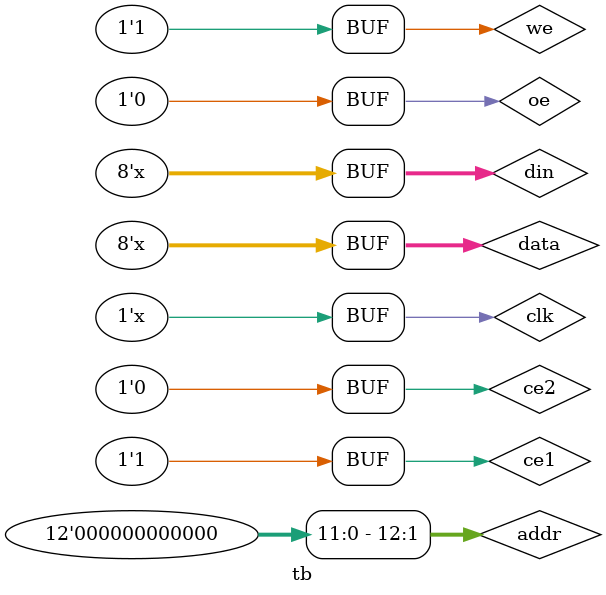
<source format=v>
module tb;

reg[7:0]din;
wire[7:0]data;
reg clk=0,we,oe,ce1,ce2;
reg[12:0]addr;
ram u0(data,addr,clk,we,oe,ce1,ce2);

//and x0(w_temp,~ce1,~we,ce2);
//and u1(r_temp,ce2,we,~ce1,~oe);

assign data=din;


always #5 clk=~clk;

/*always 
begin
	#10 addr=$random;
	if(~we && ~ce1 && ce2)
		din=$random;
	else if(we && ~ce1 && ~oe && ce1)
		din=8'bzzzzzzzz;
		else if(oe && ~ce1 && we && ce2)
			din=8'bzzzzzzzz; 
else if(~ce2 || ce1)
			din=8'bzzzzzzzz;
		
end
*/
always
begin
		we=0;
		oe=1;
		ce1=0;
		ce2=1;
		addr=$random;
		din=$random;
		#20
		we=1;
		oe=0;
		ce1=0;
		ce2=1;	
		din=8'bzzzzzzzz;
		#20;
		ce1=1;
		#20
		ce2=0;
		#20;
		
end
endmodule
</source>
